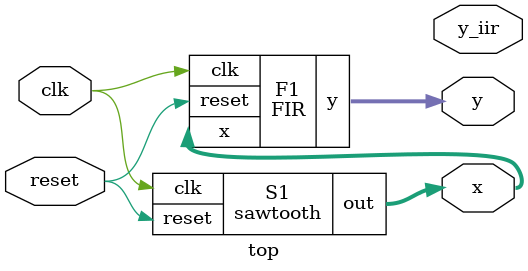
<source format=v>
`timescale 1ns / 1ps

module sawtooth(input clk, input reset, output [7:0]out);
  reg [7:0]q=0;

  always@(posedge clk or posedge reset)begin
    if(reset) q<=0;
    else q<=q+1;
  end

  assign out=q;
endmodule

module delay(input clk, input [7:0]x, output [7:0]y);
  reg [7:0]d; 
  always@(posedge clk)begin
    d<=x;
  end
  assign y=d;
endmodule

module FIR(input clk, input reset, input[7:0]x, output [7:0]y);
  wire [7:0]d1,d2,d3;
  reg [7:0]p=0;
  
  delay D1(.clk(clk),.x(x),.y(d1));
  delay D2(.clk(clk),.x(d1),.y(d2));
  delay D3(.clk(clk),.x(d2),.y(d3));
  always@(posedge clk or posedge reset)begin
    if(reset)p<=0;
    else begin
      p<=((3*x) + (3*d1) + d2 + d3) >> 3;
    end
  end
  assign y=p;
endmodule

module top(input clk, input reset, output [7:0]x, output [7:0]y, output [7:0]y_iir);
  sawtooth S1(clk,reset,x);
  FIR F1(clk,reset,x,y);
endmodule

</source>
